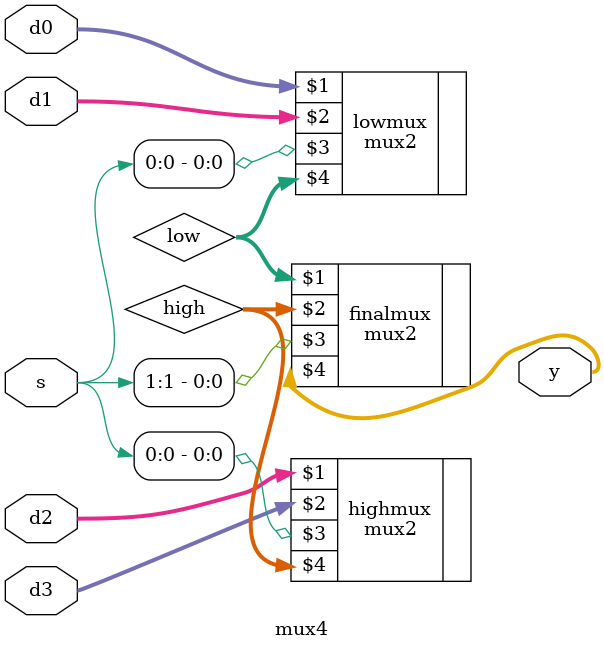
<source format=sv>
module mux4 #(parameter size = 64) (input logic [size - 1:0] d0, d1, d2, d3, 
            input logic [1:0] s, 
            output logic [size - 1:0] y
           );
  logic [3:0] low, high;
  mux2 lowmux(d0, d1, s[0], low); 
  mux2 highmux(d2, d3, s[0], high);
  mux2 finalmux(low, high, s[1], y);
endmodule
</source>
